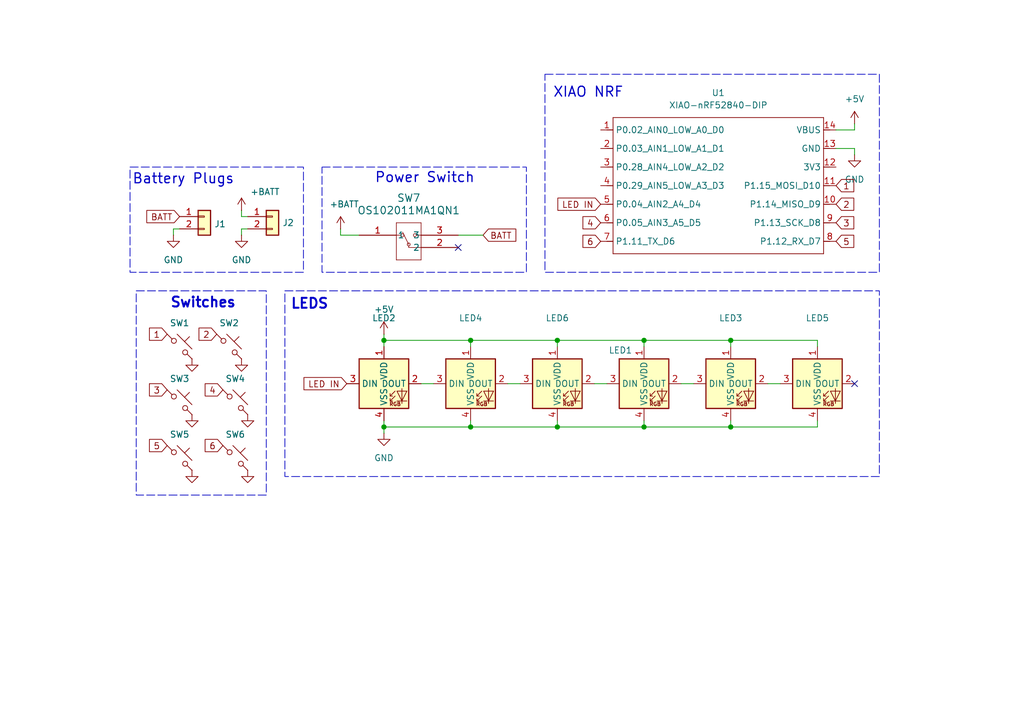
<source format=kicad_sch>
(kicad_sch (version 20250114) (generator "eeschema") (generator_version "9.0")
  (paper "A5")
  (lib_symbols
    (symbol "Connector_Generic:Conn_01x02" (pin_names (offset 1.016) (hide yes))
      (property "Reference" "J" (at 0 2.54 0))
      (property "Value" "Conn_01x02" (at 0 -5.08 0))
      (symbol "Conn_01x02_1_1"
        (rectangle (start -1.27 1.27) (end 1.27 -3.81) (stroke (width 0.254)) (fill (type background)))
        (rectangle (start -1.27 0.127) (end 0 -0.127) (stroke (width 0.1524)))
        (rectangle (start -1.27 -2.413) (end 0 -2.667) (stroke (width 0.1524)))
        (pin passive line (at -5.08 0 0) (length 3.81) (name "Pin_1") (number "1"))
        (pin passive line (at -5.08 -2.54 0) (length 3.81) (name "Pin_2") (number "2"))
      )
    )
    (symbol "Seeed_Studio_XIAO_Series:XIAO-nRF52840-DIP"
      (property "Reference" "U" (at -3.048 1.778 0))
      (property "Value" "XIAO-nRF52840-DIP" (at 3.048 -0.254 0))
      (symbol "XIAO-nRF52840-DIP_1_0"
        (polyline (pts (xy -3.81 -1.27) (xy 39.37 -1.27)) (stroke (width 0.1524)))
        (polyline (pts (xy -3.81 -3.81) (xy -5.08 -3.81)) (stroke (width 0.1524)))
        (polyline (pts (xy -3.81 -3.81) (xy -3.81 -1.27)) (stroke (width 0.1524)))
        (polyline (pts (xy -3.81 -7.62) (xy -5.08 -7.62)) (stroke (width 0.1524)))
        (polyline (pts (xy -3.81 -7.62) (xy -3.81 -3.81)) (stroke (width 0.1524)))
        (polyline (pts (xy -3.81 -11.43) (xy -5.08 -11.43)) (stroke (width 0.1524)))
        (polyline (pts (xy -3.81 -11.43) (xy -3.81 -7.62)) (stroke (width 0.1524)))
        (polyline (pts (xy -3.81 -15.24) (xy -5.08 -15.24)) (stroke (width 0.1524)))
        (polyline (pts (xy -3.81 -15.24) (xy -3.81 -11.43)) (stroke (width 0.1524)))
        (polyline (pts (xy -3.81 -19.05) (xy -5.08 -19.05)) (stroke (width 0.1524)))
        (polyline (pts (xy -3.81 -22.86) (xy -5.08 -22.86)) (stroke (width 0.1524)))
        (polyline (pts (xy -3.81 -26.67) (xy -5.08 -26.67)) (stroke (width 0.1524)))
        (polyline (pts (xy -3.81 -29.21) (xy -3.81 -15.24)) (stroke (width 0.1524)))
        (polyline (pts (xy 39.37 -1.27) (xy 39.37 -3.81)) (stroke (width 0.1524)))
        (polyline (pts (xy 39.37 -3.81) (xy 39.37 -7.62)) (stroke (width 0.1524)))
        (polyline (pts (xy 39.37 -7.62) (xy 39.37 -11.43)) (stroke (width 0.1524)))
        (polyline (pts (xy 39.37 -11.43) (xy 39.37 -29.21)) (stroke (width 0.1524)))
        (polyline (pts (xy 39.37 -29.21) (xy -3.81 -29.21)) (stroke (width 0.1524)))
        (polyline (pts (xy 40.64 -3.81) (xy 39.37 -3.81)) (stroke (width 0.1524)))
        (polyline (pts (xy 40.64 -7.62) (xy 39.37 -7.62)) (stroke (width 0.1524)))
        (polyline (pts (xy 40.64 -11.43) (xy 39.37 -11.43)) (stroke (width 0.1524)))
        (polyline (pts (xy 40.64 -15.24) (xy 39.37 -15.24)) (stroke (width 0.1524)))
        (polyline (pts (xy 40.64 -19.05) (xy 39.37 -19.05)) (stroke (width 0.1524)))
        (polyline (pts (xy 40.64 -22.86) (xy 39.37 -22.86)) (stroke (width 0.1524)))
        (polyline (pts (xy 40.64 -26.67) (xy 39.37 -26.67)) (stroke (width 0.1524)))
        (pin passive line (at -6.35 -3.81 0) (length 2.54) (name "P0.02_AIN0_LOW_A0_D0") (number "1"))
        (pin passive line (at -6.35 -7.62 0) (length 2.54) (name "P0.03_AIN1_LOW_A1_D1") (number "2"))
        (pin passive line (at -6.35 -11.43 0) (length 2.54) (name "P0.28_AIN4_LOW_A2_D2") (number "3"))
        (pin passive line (at -6.35 -15.24 0) (length 2.54) (name "P0.29_AIN5_LOW_A3_D3") (number "4"))
        (pin passive line (at -6.35 -19.05 0) (length 2.54) (name "P0.04_AIN2_A4_D4") (number "5"))
        (pin passive line (at -6.35 -22.86 0) (length 2.54) (name "P0.05_AIN3_A5_D5") (number "6"))
        (pin passive line (at -6.35 -26.67 0) (length 2.54) (name "P1.11_TX_D6") (number "7"))
        (pin passive line (at 41.91 -3.81 180) (length 2.54) (name "VBUS") (number "14"))
        (pin passive line (at 41.91 -7.62 180) (length 2.54) (name "GND") (number "13"))
        (pin passive line (at 41.91 -11.43 180) (length 2.54) (name "3V3") (number "12"))
        (pin passive line (at 41.91 -15.24 180) (length 2.54) (name "P1.15_MOSI_D10") (number "11"))
        (pin passive line (at 41.91 -19.05 180) (length 2.54) (name "P1.14_MISO_D9") (number "10"))
        (pin passive line (at 41.91 -22.86 180) (length 2.54) (name "P1.13_SCK_D8") (number "9"))
        (pin passive line (at 41.91 -26.67 180) (length 2.54) (name "P1.12_RX_D7") (number "8"))
      )
    )
    (symbol "Switch:SW_Push_45deg" (pin_numbers (hide yes)) (pin_names (offset 1.016) (hide yes))
      (property "Reference" "SW" (at 3.048 1.016 0))
      (property "Value" "SW_Push_45deg" (at 0 -3.81 0))
      (symbol "SW_Push_45deg_0_1"
        (polyline (pts (xy -2.54 2.54) (xy -1.524 1.524) (xy -1.524 1.524)))
        (circle (center -1.1684 1.1684) (radius 0.508))
        (polyline (pts (xy -0.508 2.54) (xy 2.54 -0.508)))
        (polyline (pts (xy 1.016 1.016) (xy 2.032 2.032)))
        (circle (center 1.143 -1.1938) (radius 0.508))
        (polyline (pts (xy 1.524 -1.524) (xy 2.54 -2.54) (xy 2.54 -2.54) (xy 2.54 -2.54)))
        (pin passive line (at -2.54 2.54 0) (length 0) (name "1") (number "1"))
        (pin passive line (at 2.54 -2.54 180) (length 0) (name "2") (number "2"))
      )
    )
    (symbol "marbastlib-mx:MX_SK6812MINI-E"
      (property "Reference" "LED" (at 3.175 6.35 0))
      (property "Value" "MX_SK6812MINI-E" (at 10.16 -6.985 0))
      (symbol "MX_SK6812MINI-E_0_0"
        (text "RGB" (at 2.286 -4.191 0) (effects (font (size 0.762 0.762))))
      )
      (symbol "MX_SK6812MINI-E_0_1"
        (rectangle (start -5.08 5.08) (end 5.08 -5.08) (stroke (width 0.254)) (fill (type background)))
        (polyline (pts (xy 1.27 -2.54) (xy 1.778 -2.54)))
        (polyline (pts (xy 1.27 -3.556) (xy 1.778 -3.556)))
        (polyline (pts (xy 2.286 -1.524) (xy 1.27 -2.54) (xy 1.27 -2.032)))
        (polyline (pts (xy 2.286 -2.54) (xy 1.27 -3.556) (xy 1.27 -3.048)))
        (polyline (pts (xy 3.683 -1.016) (xy 3.683 -3.556) (xy 3.683 -4.064)))
        (polyline (pts (xy 4.699 -1.524) (xy 2.667 -1.524) (xy 3.683 -3.556) (xy 4.699 -1.524)))
        (polyline (pts (xy 4.699 -3.556) (xy 2.667 -3.556)))
      )
      (symbol "MX_SK6812MINI-E_1_1"
        (pin input line (at -7.62 0 0) (length 2.54) (name "DIN") (number "3"))
        (pin power_in line (at 0 7.62 270) (length 2.54) (name "VDD") (number "1"))
        (pin power_in line (at 0 -7.62 90) (length 2.54) (name "VSS") (number "4"))
        (pin output line (at 7.62 0 180) (length 2.54) (name "DOUT") (number "2"))
      )
    )
    (symbol "power:+5V" (power) (pin_numbers (hide yes)) (pin_names (offset 0) (hide yes))
      (property "Value" "+5V" (at 0 3.556 0))
      (symbol "+5V_0_1"
        (polyline (pts (xy -0.762 1.27) (xy 0 2.54)))
        (polyline (pts (xy 0 2.54) (xy 0.762 1.27)))
        (polyline (pts (xy 0 0) (xy 0 2.54)))
      )
      (symbol "+5V_1_1"
        (pin power_in line (at 0 0 90) (length 0) (name "~") (number "1"))
      )
    )
    (symbol "power:+BATT" (power) (pin_numbers (hide yes)) (pin_names (offset 0) (hide yes))
      (property "Value" "+BATT" (at 0 3.556 0))
      (symbol "+BATT_0_1"
        (polyline (pts (xy -0.762 1.27) (xy 0 2.54)))
        (polyline (pts (xy 0 2.54) (xy 0.762 1.27)))
        (polyline (pts (xy 0 0) (xy 0 2.54)))
      )
      (symbol "+BATT_1_1"
        (pin power_in line (at 0 0 90) (length 0) (name "~") (number "1"))
      )
    )
    (symbol "power:GND" (power) (pin_numbers (hide yes)) (pin_names (offset 0) (hide yes))
      (property "Value" "GND" (at 0 -3.81 0))
      (symbol "GND_0_1"
        (polyline (pts (xy 0 0) (xy 0 -1.27) (xy 1.27 -1.27) (xy 0 -2.54) (xy -1.27 -1.27) (xy 0 -1.27)))
      )
      (symbol "GND_1_1"
        (pin power_in line (at 0 0 270) (length 0) (name "~") (number "1"))
      )
    )
    (symbol "switch slide:OS102011MA1QN1" (pin_names (offset 0.254))
      (property "Reference" "SW" (at 10.16 7.62 0))
      (property "Value" "OS102011MA1QN1" (at 10.16 5.08 0))
      (symbol "OS102011MA1QN1_0_1"
        (polyline (pts (xy 7.62 2.54) (xy 7.62 -5.08)) (stroke (width 0.127)))
        (polyline (pts (xy 7.62 0) (xy 8.5725 0)) (stroke (width 0.127)))
        (polyline (pts (xy 7.62 -5.08) (xy 12.7 -5.08)) (stroke (width 0.127)))
        (circle (center 8.89 0) (radius 0.3048) (stroke (width 0.127)))
        (polyline (pts (xy 10.16 -1.905) (xy 8.89 0.635)) (stroke (width 0.127)))
        (circle (center 10.16 -1.905) (radius 0.3048) (stroke (width 0.127)))
        (polyline (pts (xy 10.16 -2.54) (xy 10.16 -2.2098)) (stroke (width 0.127)))
        (polyline (pts (xy 10.16 -2.54) (xy 12.7 -2.54)) (stroke (width 0.127)))
        (circle (center 11.43 0) (radius 0.3048) (stroke (width 0.127)))
        (polyline (pts (xy 11.7475 0) (xy 12.7 0)) (stroke (width 0.127)))
        (polyline (pts (xy 12.7 2.54) (xy 7.62 2.54)) (stroke (width 0.127)))
        (polyline (pts (xy 12.7 -5.08) (xy 12.7 2.54)) (stroke (width 0.127)))
        (pin unspecified line (at 0 0 0) (length 7.62) (name "1") (number "1"))
        (pin unspecified line (at 20.32 0 180) (length 7.62) (name "3") (number "3"))
        (pin unspecified line (at 20.32 -2.54 180) (length 7.62) (name "2") (number "2"))
      )
    )
  )
  (rectangle (start 58.42 59.69) (end 180.34 97.79) (stroke (width 0) (type dash)))
  (rectangle (start 66.04 34.29) (end 107.95 55.88) (stroke (width 0) (type dash)))
  (rectangle (start 26.67 34.29) (end 62.23 55.88) (stroke (width 0) (type dash)))
  (rectangle (start 27.94 59.69) (end 54.61 101.6) (stroke (width 0) (type dash)))
  (rectangle (start 111.76 15.24) (end 180.34 55.88) (stroke (width 0) (type dash)))
  (text "Battery Plugs" (at 37.592 36.83 0) (effects (font (size 2.032 2.032) (thickness 0.254) (bold yes))))
  (text "Power Switch" (at 87.122 36.576 0) (effects (font (size 2.032 2.032) (thickness 0.254) (bold yes))))
  (text "Switches" (at 41.656 62.23 0) (effects (font (size 2.032 2.032) (thickness 0.4064) (bold yes))))
  (text "XIAO NRF" (at 120.65 19.05 0) (effects (font (size 2.032 2.032) (thickness 0.254) (bold yes))))
  (text "LEDS" (at 63.5 62.484 0) (effects (font (size 2.032 2.032) (thickness 0.4064) (bold yes))))
  (junction (at 78.74 69.85))
  (junction (at 96.52 87.63))
  (junction (at 114.3 69.85))
  (junction (at 149.86 87.63))
  (junction (at 132.08 87.63))
  (junction (at 96.52 69.85))
  (junction (at 114.3 87.63))
  (junction (at 78.74 87.63))
  (junction (at 132.08 69.85))
  (junction (at 149.86 69.85))
  (no_connect (at 175.26 78.74))
  (no_connect (at 93.98 50.8))
  (wire (pts (xy 78.74 87.63) (xy 96.52 87.63)))
  (wire (pts (xy 78.74 88.9) (xy 78.74 87.63)))
  (wire (pts (xy 175.26 26.67) (xy 175.26 25.4)))
  (wire (pts (xy 49.53 44.45) (xy 50.8 44.45)))
  (wire (pts (xy 86.36 78.74) (xy 88.9 78.74)))
  (wire (pts (xy 121.92 78.74) (xy 124.46 78.74)))
  (wire (pts (xy 167.64 87.63) (xy 167.64 86.36)))
  (wire (pts (xy 132.08 69.85) (xy 132.08 71.12)))
  (wire (pts (xy 78.74 68.58) (xy 78.74 69.85)))
  (wire (pts (xy 149.86 87.63) (xy 167.64 87.63)))
  (wire (pts (xy 35.56 46.99) (xy 36.83 46.99)))
  (wire (pts (xy 157.48 78.74) (xy 160.02 78.74)))
  (wire (pts (xy 96.52 69.85) (xy 114.3 69.85)))
  (wire (pts (xy 139.7 78.74) (xy 142.24 78.74)))
  (wire (pts (xy 132.08 87.63) (xy 132.08 86.36)))
  (wire (pts (xy 96.52 69.85) (xy 96.52 71.12)))
  (wire (pts (xy 132.08 69.85) (xy 149.86 69.85)))
  (wire (pts (xy 96.52 87.63) (xy 96.52 86.36)))
  (wire (pts (xy 175.26 31.75) (xy 175.26 30.48)))
  (wire (pts (xy 114.3 69.85) (xy 114.3 71.12)))
  (wire (pts (xy 96.52 87.63) (xy 114.3 87.63)))
  (wire (pts (xy 175.26 26.67) (xy 171.45 26.67)))
  (wire (pts (xy 49.53 43.18) (xy 49.53 44.45)))
  (wire (pts (xy 78.74 87.63) (xy 78.74 86.36)))
  (wire (pts (xy 175.26 30.48) (xy 171.45 30.48)))
  (wire (pts (xy 69.85 48.26) (xy 73.66 48.26)))
  (wire (pts (xy 49.53 46.99) (xy 50.8 46.99)))
  (wire (pts (xy 149.86 69.85) (xy 167.64 69.85)))
  (wire (pts (xy 49.53 46.99) (xy 49.53 48.26)))
  (wire (pts (xy 114.3 87.63) (xy 132.08 87.63)))
  (wire (pts (xy 149.86 69.85) (xy 149.86 71.12)))
  (wire (pts (xy 99.06 48.26) (xy 93.98 48.26)))
  (wire (pts (xy 114.3 69.85) (xy 132.08 69.85)))
  (wire (pts (xy 78.74 69.85) (xy 78.74 71.12)))
  (wire (pts (xy 132.08 87.63) (xy 149.86 87.63)))
  (wire (pts (xy 104.14 78.74) (xy 106.68 78.74)))
  (wire (pts (xy 35.56 46.99) (xy 35.56 48.26)))
  (wire (pts (xy 114.3 87.63) (xy 114.3 86.36)))
  (wire (pts (xy 69.85 46.99) (xy 69.85 48.26)))
  (wire (pts (xy 167.64 69.85) (xy 167.64 71.12)))
  (wire (pts (xy 78.74 69.85) (xy 96.52 69.85)))
  (wire (pts (xy 149.86 86.36) (xy 149.86 87.63)))
  (global_label "1" (shape input) (at 34.29 68.58 180) (property "Intersheetrefs" "${INTERSHEET_REFS}" (effects (hide yes))))
  (global_label "6" (shape input) (at 45.72 91.44 180) (property "Intersheetrefs" "${INTERSHEET_REFS}" (effects (hide yes))))
  (global_label "6" (shape input) (at 123.19 49.53 180) (property "Intersheetrefs" "${INTERSHEET_REFS}" (effects (hide yes))))
  (global_label "LED IN" (shape input) (at 71.12 78.74 180) (property "Intersheetrefs" "${INTERSHEET_REFS}" (effects (hide yes))))
  (global_label "4" (shape input) (at 123.19 45.72 180) (property "Intersheetrefs" "${INTERSHEET_REFS}" (effects (hide yes))))
  (global_label "5" (shape input) (at 171.45 49.53 0) (property "Intersheetrefs" "${INTERSHEET_REFS}" (effects (hide yes))))
  (global_label "3" (shape input) (at 171.45 45.72 0) (property "Intersheetrefs" "${INTERSHEET_REFS}" (effects (hide yes))))
  (global_label "5" (shape input) (at 34.29 91.44 180) (property "Intersheetrefs" "${INTERSHEET_REFS}" (effects (hide yes))))
  (global_label "LED IN" (shape input) (at 123.19 41.91 180) (property "Intersheetrefs" "${INTERSHEET_REFS}" (effects (hide yes))))
  (global_label "1" (shape input) (at 171.45 38.1 0) (property "Intersheetrefs" "${INTERSHEET_REFS}" (effects (hide yes))))
  (global_label "BATT" (shape input) (at 99.06 48.26 0) (property "Intersheetrefs" "${INTERSHEET_REFS}" (effects (hide yes))))
  (global_label "2" (shape input) (at 171.45 41.91 0) (property "Intersheetrefs" "${INTERSHEET_REFS}" (effects (hide yes))))
  (global_label "BATT" (shape input) (at 36.83 44.45 180) (property "Intersheetrefs" "${INTERSHEET_REFS}" (effects (hide yes))))
  (global_label "4" (shape input) (at 45.72 80.01 180) (property "Intersheetrefs" "${INTERSHEET_REFS}" (effects (hide yes))))
  (global_label "3" (shape input) (at 34.29 80.01 180) (property "Intersheetrefs" "${INTERSHEET_REFS}" (effects (hide yes))))
  (global_label "2" (shape input) (at 44.45 68.58 180) (property "Intersheetrefs" "${INTERSHEET_REFS}" (effects (hide yes))))
  (symbol (lib_id "Switch:SW_Push_45deg") (at 36.83 93.98 0) (unit 1)
    (property "Reference" "SW5" (at 36.83 89.154 0))
    (property "Value" "SW_Push_45deg" (effects (hide yes)))
    (property "Footprint" "MX_Solderable:MX-Solderable-1U" (effects (hide yes)))
    (property "Description" "Push button switch, normally open, two pins, 45° tilted" (effects (hide yes)))
  )
  (symbol (lib_id "power:+BATT") (at 69.85 46.99 0) (unit 1)
    (property "Reference" "#PWR014" (effects (hide yes)))
    (property "Value" "+BATT" (at 70.612 41.91 0))
    (property "Description" "Power symbol creates a global label with name \"+BATT\"" (effects (hide yes)))
  )
  (symbol (lib_id "marbastlib-mx:MX_SK6812MINI-E") (at 167.64 78.74 0) (unit 1)
    (property "Reference" "LED5" (at 167.64 65.278 0))
    (property "Value" "MX_SK6812MINI-E" (effects (hide yes)))
    (property "Footprint" "marbastlib-various:LED_6028R" (effects (hide yes)))
    (property "Description" "Reverse mount adressable LED (WS2812 protocol)" (effects (hide yes)))
  )
  (symbol (lib_id "Connector_Generic:Conn_01x02") (at 55.88 44.45 0) (unit 1)
    (property "Reference" "J2" (at 57.912 45.72 0) (effects (justify left)))
    (property "Value" "Conn_01x02" (effects (hide yes)))
    (property "Footprint" "Connector_PinHeader_2.54mm:PinHeader_1x02_P2.54mm_Vertical" (effects (hide yes)))
    (property "Description" "Generic connector, single row, 01x02, script generated (kicad-library-utils/schlib/autogen/connector/)" (effects (hide yes)))
  )
  (symbol (lib_id "power:GND") (at 49.53 73.66 0) (unit 1)
    (property "Reference" "#PWR01" (effects (hide yes)))
    (property "Value" "GND" (effects (hide yes)))
    (property "Description" "Power symbol creates a global label with name \"GND\" , ground" (effects (hide yes)))
  )
  (symbol (lib_id "power:GND") (at 49.53 48.26 0) (unit 1)
    (property "Reference" "#PWR08" (effects (hide yes)))
    (property "Value" "GND" (at 49.53 53.34 0))
    (property "Description" "Power symbol creates a global label with name \"GND\" , ground" (effects (hide yes)))
  )
  (symbol (lib_id "Switch:SW_Push_45deg") (at 46.99 71.12 0) (unit 1)
    (property "Reference" "SW2" (at 46.99 66.294 0))
    (property "Value" "SW_Push_45deg" (effects (hide yes)))
    (property "Footprint" "MX_Solderable:MX-Solderable-1U" (effects (hide yes)))
    (property "Description" "Push button switch, normally open, two pins, 45° tilted" (effects (hide yes)))
  )
  (symbol (lib_id "power:GND") (at 175.26 31.75 0) (unit 1)
    (property "Reference" "#PWR07" (effects (hide yes)))
    (property "Value" "GND" (at 175.26 36.83 0))
    (property "Description" "Power symbol creates a global label with name \"GND\" , ground" (effects (hide yes)))
  )
  (symbol (lib_id "power:+5V") (at 78.74 68.58 0) (unit 1)
    (property "Reference" "#PWR010" (effects (hide yes)))
    (property "Value" "+5V" (at 78.74 63.5 0))
    (property "Description" "Power symbol creates a global label with name \"+5V\"" (effects (hide yes)))
  )
  (symbol (lib_id "power:GND") (at 78.74 88.9 0) (unit 1)
    (property "Reference" "#PWR09" (effects (hide yes)))
    (property "Value" "GND" (at 78.74 93.98 0))
    (property "Description" "Power symbol creates a global label with name \"GND\" , ground" (effects (hide yes)))
  )
  (symbol (lib_id "marbastlib-mx:MX_SK6812MINI-E") (at 114.3 78.74 0) (unit 1)
    (property "Reference" "LED6" (at 114.3 65.278 0))
    (property "Value" "MX_SK6812MINI-E" (effects (hide yes)))
    (property "Footprint" "marbastlib-various:LED_6028R" (effects (hide yes)))
    (property "Description" "Reverse mount adressable LED (WS2812 protocol)" (effects (hide yes)))
  )
  (symbol (lib_id "power:GND") (at 35.56 48.26 0) (unit 1)
    (property "Reference" "#PWR011" (effects (hide yes)))
    (property "Value" "GND" (at 35.56 53.34 0))
    (property "Description" "Power symbol creates a global label with name \"GND\" , ground" (effects (hide yes)))
  )
  (symbol (lib_id "Switch:SW_Push_45deg") (at 48.26 93.98 0) (unit 1)
    (property "Reference" "SW6" (at 48.26 89.154 0))
    (property "Value" "SW_Push_45deg" (effects (hide yes)))
    (property "Footprint" "MX_Solderable:MX-Solderable-1U" (effects (hide yes)))
    (property "Description" "Push button switch, normally open, two pins, 45° tilted" (effects (hide yes)))
  )
  (symbol (lib_id "marbastlib-mx:MX_SK6812MINI-E") (at 78.74 78.74 0) (unit 1)
    (property "Reference" "LED2" (at 78.74 65.278 0))
    (property "Value" "MX_SK6812MINI-E" (effects (hide yes)))
    (property "Footprint" "marbastlib-various:LED_6028R" (effects (hide yes)))
    (property "Description" "Reverse mount adressable LED (WS2812 protocol)" (effects (hide yes)))
  )
  (symbol (lib_id "power:GND") (at 50.8 96.52 0) (unit 1)
    (property "Reference" "#PWR06" (effects (hide yes)))
    (property "Value" "GND" (effects (hide yes)))
    (property "Description" "Power symbol creates a global label with name \"GND\" , ground" (effects (hide yes)))
  )
  (symbol (lib_id "power:+5V") (at 175.26 25.4 0) (unit 1)
    (property "Reference" "#PWR012" (effects (hide yes)))
    (property "Value" "+5V" (at 175.26 20.32 0))
    (property "Description" "Power symbol creates a global label with name \"+5V\"" (effects (hide yes)))
  )
  (symbol (lib_id "power:GND") (at 50.8 85.09 0) (unit 1)
    (property "Reference" "#PWR04" (effects (hide yes)))
    (property "Value" "GND" (effects (hide yes)))
    (property "Description" "Power symbol creates a global label with name \"GND\" , ground" (effects (hide yes)))
  )
  (symbol (lib_id "Switch:SW_Push_45deg") (at 36.83 82.55 0) (unit 1)
    (property "Reference" "SW3" (at 36.83 77.724 0))
    (property "Value" "SW_Push_45deg" (effects (hide yes)))
    (property "Footprint" "MX_Solderable:MX-Solderable-1U" (effects (hide yes)))
    (property "Description" "Push button switch, normally open, two pins, 45° tilted" (effects (hide yes)))
  )
  (symbol (lib_id "power:GND") (at 39.37 73.66 0) (unit 1)
    (property "Reference" "#PWR02" (effects (hide yes)))
    (property "Value" "GND" (effects (hide yes)))
    (property "Description" "Power symbol creates a global label with name \"GND\" , ground" (effects (hide yes)))
  )
  (symbol (lib_id "Switch:SW_Push_45deg") (at 36.83 71.12 0) (unit 1)
    (property "Reference" "SW1" (at 36.83 66.294 0))
    (property "Value" "SW_Push_45deg" (effects (hide yes)))
    (property "Footprint" "MX_Solderable:MX-Solderable-1U" (effects (hide yes)))
    (property "Description" "Push button switch, normally open, two pins, 45° tilted" (effects (hide yes)))
  )
  (symbol (lib_id "power:GND") (at 39.37 85.09 0) (unit 1)
    (property "Reference" "#PWR03" (effects (hide yes)))
    (property "Value" "GND" (effects (hide yes)))
    (property "Description" "Power symbol creates a global label with name \"GND\" , ground" (effects (hide yes)))
  )
  (symbol (lib_id "Switch:SW_Push_45deg") (at 48.26 82.55 0) (unit 1)
    (property "Reference" "SW4" (at 48.26 77.724 0))
    (property "Value" "SW_Push_45deg" (effects (hide yes)))
    (property "Footprint" "MX_Solderable:MX-Solderable-1U" (effects (hide yes)))
    (property "Description" "Push button switch, normally open, two pins, 45° tilted" (effects (hide yes)))
  )
  (symbol (lib_id "switch slide:OS102011MA1QN1") (at 73.66 48.26 0) (unit 1)
    (property "Reference" "SW7" (at 83.82 40.64 0) (effects (font (size 1.524 1.524))))
    (property "Value" "OS102011MA1QN1" (at 83.82 43.18 0) (effects (font (size 1.524 1.524))))
    (property "Footprint" "footprints:OS102011MA1QN1_CNK" (effects (hide yes)))
    (property "Datasheet" "OS102011MA1QN1" (effects (hide yes)))
  )
  (symbol (lib_id "marbastlib-mx:MX_SK6812MINI-E") (at 149.86 78.74 0) (unit 1)
    (property "Reference" "LED3" (at 149.86 65.278 0))
    (property "Value" "MX_SK6812MINI-E" (effects (hide yes)))
    (property "Footprint" "marbastlib-various:LED_6028R" (effects (hide yes)))
    (property "Description" "Reverse mount adressable LED (WS2812 protocol)" (effects (hide yes)))
  )
  (symbol (lib_id "power:GND") (at 39.37 96.52 0) (unit 1)
    (property "Reference" "#PWR05" (effects (hide yes)))
    (property "Value" "GND" (effects (hide yes)))
    (property "Description" "Power symbol creates a global label with name \"GND\" , ground" (effects (hide yes)))
  )
  (symbol (lib_id "Connector_Generic:Conn_01x02") (at 41.91 44.45 0) (unit 1)
    (property "Reference" "J1" (at 43.942 45.974 0) (effects (justify left)))
    (property "Value" "Conn_01x02" (effects (hide yes)))
    (property "Footprint" "Connector_PinHeader_2.54mm:PinHeader_1x02_P2.54mm_Vertical" (effects (hide yes)))
    (property "Description" "Generic connector, single row, 01x02, script generated (kicad-library-utils/schlib/autogen/connector/)" (effects (hide yes)))
  )
  (symbol (lib_id "Seeed_Studio_XIAO_Series:XIAO-nRF52840-DIP") (at 129.54 22.86 0) (unit 1)
    (property "Reference" "U1" (at 147.32 19.05 0))
    (property "Value" "XIAO-nRF52840-DIP" (at 147.32 21.59 0))
    (property "Footprint" "Seeed Studio XIAO Series Library:XIAO-nRF52840-DIP" (effects (hide yes)))
  )
  (symbol (lib_id "marbastlib-mx:MX_SK6812MINI-E") (at 96.52 78.74 0) (unit 1)
    (property "Reference" "LED4" (at 96.52 65.278 0))
    (property "Value" "MX_SK6812MINI-E" (effects (hide yes)))
    (property "Footprint" "marbastlib-various:LED_6028R" (effects (hide yes)))
    (property "Description" "Reverse mount adressable LED (WS2812 protocol)" (effects (hide yes)))
  )
  (symbol (lib_id "marbastlib-mx:MX_SK6812MINI-E") (at 132.08 78.74 0) (unit 1)
    (property "Reference" "LED1" (at 127.254 71.882 0))
    (property "Value" "MX_SK6812MINI-E" (effects (hide yes)))
    (property "Footprint" "marbastlib-various:LED_6028R" (effects (hide yes)))
    (property "Description" "Reverse mount adressable LED (WS2812 protocol)" (effects (hide yes)))
  )
  (symbol (lib_id "power:+BATT") (at 49.53 43.18 0) (unit 1)
    (property "Reference" "#PWR013" (effects (hide yes)))
    (property "Value" "+BATT" (at 54.356 39.37 0))
    (property "Description" "Power symbol creates a global label with name \"+BATT\"" (effects (hide yes)))
  )
)
</source>
